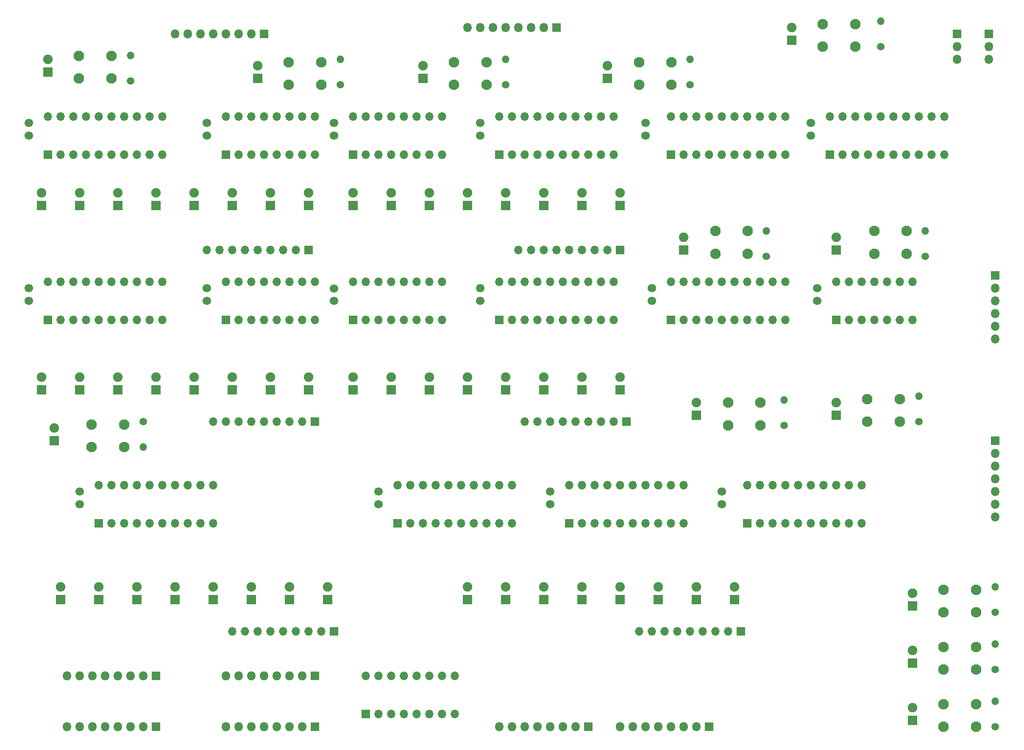
<source format=gbr>
%TF.GenerationSoftware,KiCad,Pcbnew,5.1.6-c6e7f7d~87~ubuntu16.04.1*%
%TF.CreationDate,2022-03-08T12:55:49-05:00*%
%TF.ProjectId,riscy_pc_ir_sp,72697363-795f-4706-935f-69725f73702e,rev?*%
%TF.SameCoordinates,Original*%
%TF.FileFunction,Soldermask,Top*%
%TF.FilePolarity,Negative*%
%FSLAX46Y46*%
G04 Gerber Fmt 4.6, Leading zero omitted, Abs format (unit mm)*
G04 Created by KiCad (PCBNEW 5.1.6-c6e7f7d~87~ubuntu16.04.1) date 2022-03-08 12:55:49*
%MOMM*%
%LPD*%
G01*
G04 APERTURE LIST*
%ADD10O,1.700000X1.700000*%
%ADD11R,1.700000X1.700000*%
%ADD12C,2.100000*%
%ADD13O,1.500000X1.500000*%
%ADD14C,1.500000*%
%ADD15O,1.800000X1.800000*%
%ADD16R,1.800000X1.800000*%
%ADD17C,1.900000*%
%ADD18R,1.900000X1.900000*%
%ADD19C,1.700000*%
G04 APERTURE END LIST*
D10*
%TO.C,SW14*%
X69850000Y-134620000D03*
X87630000Y-142240000D03*
X72390000Y-134620000D03*
X85090000Y-142240000D03*
X74930000Y-134620000D03*
X82550000Y-142240000D03*
X77470000Y-134620000D03*
X80010000Y-142240000D03*
X80010000Y-134620000D03*
X77470000Y-142240000D03*
X82550000Y-134620000D03*
X74930000Y-142240000D03*
X85090000Y-134620000D03*
X72390000Y-142240000D03*
X87630000Y-134620000D03*
D11*
X69850000Y-142240000D03*
%TD*%
D10*
%TO.C,U16*%
X16510000Y-96520000D03*
X39370000Y-104140000D03*
X19050000Y-96520000D03*
X36830000Y-104140000D03*
X21590000Y-96520000D03*
X34290000Y-104140000D03*
X24130000Y-96520000D03*
X31750000Y-104140000D03*
X26670000Y-96520000D03*
X29210000Y-104140000D03*
X29210000Y-96520000D03*
X26670000Y-104140000D03*
X31750000Y-96520000D03*
X24130000Y-104140000D03*
X34290000Y-96520000D03*
X21590000Y-104140000D03*
X36830000Y-96520000D03*
X19050000Y-104140000D03*
X39370000Y-96520000D03*
D11*
X16510000Y-104140000D03*
%TD*%
D10*
%TO.C,U15*%
X130810000Y-55880000D03*
X153670000Y-63500000D03*
X133350000Y-55880000D03*
X151130000Y-63500000D03*
X135890000Y-55880000D03*
X148590000Y-63500000D03*
X138430000Y-55880000D03*
X146050000Y-63500000D03*
X140970000Y-55880000D03*
X143510000Y-63500000D03*
X143510000Y-55880000D03*
X140970000Y-63500000D03*
X146050000Y-55880000D03*
X138430000Y-63500000D03*
X148590000Y-55880000D03*
X135890000Y-63500000D03*
X151130000Y-55880000D03*
X133350000Y-63500000D03*
X153670000Y-55880000D03*
D11*
X130810000Y-63500000D03*
%TD*%
D10*
%TO.C,U14*%
X67310000Y-55880000D03*
X85090000Y-63500000D03*
X69850000Y-55880000D03*
X82550000Y-63500000D03*
X72390000Y-55880000D03*
X80010000Y-63500000D03*
X74930000Y-55880000D03*
X77470000Y-63500000D03*
X77470000Y-55880000D03*
X74930000Y-63500000D03*
X80010000Y-55880000D03*
X72390000Y-63500000D03*
X82550000Y-55880000D03*
X69850000Y-63500000D03*
X85090000Y-55880000D03*
D11*
X67310000Y-63500000D03*
%TD*%
D10*
%TO.C,U13*%
X41910000Y-55880000D03*
X59690000Y-63500000D03*
X44450000Y-55880000D03*
X57150000Y-63500000D03*
X46990000Y-55880000D03*
X54610000Y-63500000D03*
X49530000Y-55880000D03*
X52070000Y-63500000D03*
X52070000Y-55880000D03*
X49530000Y-63500000D03*
X54610000Y-55880000D03*
X46990000Y-63500000D03*
X57150000Y-55880000D03*
X44450000Y-63500000D03*
X59690000Y-55880000D03*
D11*
X41910000Y-63500000D03*
%TD*%
D10*
%TO.C,U12*%
X146050000Y-96520000D03*
X168910000Y-104140000D03*
X148590000Y-96520000D03*
X166370000Y-104140000D03*
X151130000Y-96520000D03*
X163830000Y-104140000D03*
X153670000Y-96520000D03*
X161290000Y-104140000D03*
X156210000Y-96520000D03*
X158750000Y-104140000D03*
X158750000Y-96520000D03*
X156210000Y-104140000D03*
X161290000Y-96520000D03*
X153670000Y-104140000D03*
X163830000Y-96520000D03*
X151130000Y-104140000D03*
X166370000Y-96520000D03*
X148590000Y-104140000D03*
X168910000Y-96520000D03*
D11*
X146050000Y-104140000D03*
%TD*%
D10*
%TO.C,U11*%
X163830000Y-55880000D03*
X179070000Y-63500000D03*
X166370000Y-55880000D03*
X176530000Y-63500000D03*
X168910000Y-55880000D03*
X173990000Y-63500000D03*
X171450000Y-55880000D03*
X171450000Y-63500000D03*
X173990000Y-55880000D03*
X168910000Y-63500000D03*
X176530000Y-55880000D03*
X166370000Y-63500000D03*
X179070000Y-55880000D03*
D11*
X163830000Y-63500000D03*
%TD*%
D10*
%TO.C,U10*%
X96520000Y-55880000D03*
X119380000Y-63500000D03*
X99060000Y-55880000D03*
X116840000Y-63500000D03*
X101600000Y-55880000D03*
X114300000Y-63500000D03*
X104140000Y-55880000D03*
X111760000Y-63500000D03*
X106680000Y-55880000D03*
X109220000Y-63500000D03*
X109220000Y-55880000D03*
X106680000Y-63500000D03*
X111760000Y-55880000D03*
X104140000Y-63500000D03*
X114300000Y-55880000D03*
X101600000Y-63500000D03*
X116840000Y-55880000D03*
X99060000Y-63500000D03*
X119380000Y-55880000D03*
D11*
X96520000Y-63500000D03*
%TD*%
D10*
%TO.C,U9*%
X6350000Y-55880000D03*
X29210000Y-63500000D03*
X8890000Y-55880000D03*
X26670000Y-63500000D03*
X11430000Y-55880000D03*
X24130000Y-63500000D03*
X13970000Y-55880000D03*
X21590000Y-63500000D03*
X16510000Y-55880000D03*
X19050000Y-63500000D03*
X19050000Y-55880000D03*
X16510000Y-63500000D03*
X21590000Y-55880000D03*
X13970000Y-63500000D03*
X24130000Y-55880000D03*
X11430000Y-63500000D03*
X26670000Y-55880000D03*
X8890000Y-63500000D03*
X29210000Y-55880000D03*
D11*
X6350000Y-63500000D03*
%TD*%
D10*
%TO.C,U8*%
X76200000Y-96520000D03*
X99060000Y-104140000D03*
X78740000Y-96520000D03*
X96520000Y-104140000D03*
X81280000Y-96520000D03*
X93980000Y-104140000D03*
X83820000Y-96520000D03*
X91440000Y-104140000D03*
X86360000Y-96520000D03*
X88900000Y-104140000D03*
X88900000Y-96520000D03*
X86360000Y-104140000D03*
X91440000Y-96520000D03*
X83820000Y-104140000D03*
X93980000Y-96520000D03*
X81280000Y-104140000D03*
X96520000Y-96520000D03*
X78740000Y-104140000D03*
X99060000Y-96520000D03*
D11*
X76200000Y-104140000D03*
%TD*%
D10*
%TO.C,U7*%
X110490000Y-96520000D03*
X133350000Y-104140000D03*
X113030000Y-96520000D03*
X130810000Y-104140000D03*
X115570000Y-96520000D03*
X128270000Y-104140000D03*
X118110000Y-96520000D03*
X125730000Y-104140000D03*
X120650000Y-96520000D03*
X123190000Y-104140000D03*
X123190000Y-96520000D03*
X120650000Y-104140000D03*
X125730000Y-96520000D03*
X118110000Y-104140000D03*
X128270000Y-96520000D03*
X115570000Y-104140000D03*
X130810000Y-96520000D03*
X113030000Y-104140000D03*
X133350000Y-96520000D03*
D11*
X110490000Y-104140000D03*
%TD*%
D10*
%TO.C,U6*%
X96520000Y-22860000D03*
X119380000Y-30480000D03*
X99060000Y-22860000D03*
X116840000Y-30480000D03*
X101600000Y-22860000D03*
X114300000Y-30480000D03*
X104140000Y-22860000D03*
X111760000Y-30480000D03*
X106680000Y-22860000D03*
X109220000Y-30480000D03*
X109220000Y-22860000D03*
X106680000Y-30480000D03*
X111760000Y-22860000D03*
X104140000Y-30480000D03*
X114300000Y-22860000D03*
X101600000Y-30480000D03*
X116840000Y-22860000D03*
X99060000Y-30480000D03*
X119380000Y-22860000D03*
D11*
X96520000Y-30480000D03*
%TD*%
D10*
%TO.C,U5*%
X6350000Y-22860000D03*
X29210000Y-30480000D03*
X8890000Y-22860000D03*
X26670000Y-30480000D03*
X11430000Y-22860000D03*
X24130000Y-30480000D03*
X13970000Y-22860000D03*
X21590000Y-30480000D03*
X16510000Y-22860000D03*
X19050000Y-30480000D03*
X19050000Y-22860000D03*
X16510000Y-30480000D03*
X21590000Y-22860000D03*
X13970000Y-30480000D03*
X24130000Y-22860000D03*
X11430000Y-30480000D03*
X26670000Y-22860000D03*
X8890000Y-30480000D03*
X29210000Y-22860000D03*
D11*
X6350000Y-30480000D03*
%TD*%
D10*
%TO.C,U4*%
X162560000Y-22860000D03*
X185420000Y-30480000D03*
X165100000Y-22860000D03*
X182880000Y-30480000D03*
X167640000Y-22860000D03*
X180340000Y-30480000D03*
X170180000Y-22860000D03*
X177800000Y-30480000D03*
X172720000Y-22860000D03*
X175260000Y-30480000D03*
X175260000Y-22860000D03*
X172720000Y-30480000D03*
X177800000Y-22860000D03*
X170180000Y-30480000D03*
X180340000Y-22860000D03*
X167640000Y-30480000D03*
X182880000Y-22860000D03*
X165100000Y-30480000D03*
X185420000Y-22860000D03*
D11*
X162560000Y-30480000D03*
%TD*%
D10*
%TO.C,U3*%
X130810000Y-22860000D03*
X153670000Y-30480000D03*
X133350000Y-22860000D03*
X151130000Y-30480000D03*
X135890000Y-22860000D03*
X148590000Y-30480000D03*
X138430000Y-22860000D03*
X146050000Y-30480000D03*
X140970000Y-22860000D03*
X143510000Y-30480000D03*
X143510000Y-22860000D03*
X140970000Y-30480000D03*
X146050000Y-22860000D03*
X138430000Y-30480000D03*
X148590000Y-22860000D03*
X135890000Y-30480000D03*
X151130000Y-22860000D03*
X133350000Y-30480000D03*
X153670000Y-22860000D03*
D11*
X130810000Y-30480000D03*
%TD*%
D10*
%TO.C,U2*%
X67310000Y-22860000D03*
X85090000Y-30480000D03*
X69850000Y-22860000D03*
X82550000Y-30480000D03*
X72390000Y-22860000D03*
X80010000Y-30480000D03*
X74930000Y-22860000D03*
X77470000Y-30480000D03*
X77470000Y-22860000D03*
X74930000Y-30480000D03*
X80010000Y-22860000D03*
X72390000Y-30480000D03*
X82550000Y-22860000D03*
X69850000Y-30480000D03*
X85090000Y-22860000D03*
D11*
X67310000Y-30480000D03*
%TD*%
D10*
%TO.C,U1*%
X41910000Y-22860000D03*
X59690000Y-30480000D03*
X44450000Y-22860000D03*
X57150000Y-30480000D03*
X46990000Y-22860000D03*
X54610000Y-30480000D03*
X49530000Y-22860000D03*
X52070000Y-30480000D03*
X52070000Y-22860000D03*
X49530000Y-30480000D03*
X54610000Y-22860000D03*
X46990000Y-30480000D03*
X57150000Y-22860000D03*
X44450000Y-30480000D03*
X59690000Y-22860000D03*
D11*
X41910000Y-30480000D03*
%TD*%
D12*
%TO.C,SW13*%
X148740000Y-80010000D03*
X148740000Y-84510000D03*
X142240000Y-80010000D03*
X142240000Y-84510000D03*
%TD*%
%TO.C,SW12*%
X170030000Y-83820000D03*
X170030000Y-79320000D03*
X176530000Y-83820000D03*
X176530000Y-79320000D03*
%TD*%
%TO.C,SW11*%
X12550000Y-15240000D03*
X12550000Y-10740000D03*
X19050000Y-15240000D03*
X19050000Y-10740000D03*
%TD*%
%TO.C,SW10*%
X15090000Y-88900000D03*
X15090000Y-84400000D03*
X21590000Y-88900000D03*
X21590000Y-84400000D03*
%TD*%
%TO.C,SW9*%
X139700000Y-50220000D03*
X139700000Y-45720000D03*
X146200000Y-50220000D03*
X146200000Y-45720000D03*
%TD*%
%TO.C,SW8*%
X54460000Y-16510000D03*
X54460000Y-12010000D03*
X60960000Y-16510000D03*
X60960000Y-12010000D03*
%TD*%
%TO.C,SW7*%
X177950000Y-45720000D03*
X177950000Y-50220000D03*
X171450000Y-45720000D03*
X171450000Y-50220000D03*
%TD*%
%TO.C,SW6*%
X124460000Y-16510000D03*
X124460000Y-12010000D03*
X130960000Y-16510000D03*
X130960000Y-12010000D03*
%TD*%
%TO.C,SW5*%
X87480000Y-16510000D03*
X87480000Y-12010000D03*
X93980000Y-16510000D03*
X93980000Y-12010000D03*
%TD*%
%TO.C,SW4*%
X185270000Y-144780000D03*
X185270000Y-140280000D03*
X191770000Y-144780000D03*
X191770000Y-140280000D03*
%TD*%
%TO.C,SW3*%
X185270000Y-133350000D03*
X185270000Y-128850000D03*
X191770000Y-133350000D03*
X191770000Y-128850000D03*
%TD*%
%TO.C,SW2*%
X185270000Y-121920000D03*
X185270000Y-117420000D03*
X191770000Y-121920000D03*
X191770000Y-117420000D03*
%TD*%
%TO.C,SW1*%
X161140000Y-8890000D03*
X161140000Y-4390000D03*
X167640000Y-8890000D03*
X167640000Y-4390000D03*
%TD*%
D10*
%TO.C,RN6*%
X43180000Y-125730000D03*
X45720000Y-125730000D03*
X48260000Y-125730000D03*
X50800000Y-125730000D03*
X53340000Y-125730000D03*
X55880000Y-125730000D03*
X58420000Y-125730000D03*
X60960000Y-125730000D03*
D11*
X63500000Y-125730000D03*
%TD*%
D10*
%TO.C,RN5*%
X101600000Y-83820000D03*
X104140000Y-83820000D03*
X106680000Y-83820000D03*
X109220000Y-83820000D03*
X111760000Y-83820000D03*
X114300000Y-83820000D03*
X116840000Y-83820000D03*
X119380000Y-83820000D03*
D11*
X121920000Y-83820000D03*
%TD*%
D10*
%TO.C,RN4*%
X39370000Y-83820000D03*
X41910000Y-83820000D03*
X44450000Y-83820000D03*
X46990000Y-83820000D03*
X49530000Y-83820000D03*
X52070000Y-83820000D03*
X54610000Y-83820000D03*
X57150000Y-83820000D03*
D11*
X59690000Y-83820000D03*
%TD*%
D10*
%TO.C,RN3*%
X124460000Y-125730000D03*
X127000000Y-125730000D03*
X129540000Y-125730000D03*
X132080000Y-125730000D03*
X134620000Y-125730000D03*
X137160000Y-125730000D03*
X139700000Y-125730000D03*
X142240000Y-125730000D03*
D11*
X144780000Y-125730000D03*
%TD*%
D10*
%TO.C,RN2*%
X38100000Y-49530000D03*
X40640000Y-49530000D03*
X43180000Y-49530000D03*
X45720000Y-49530000D03*
X48260000Y-49530000D03*
X50800000Y-49530000D03*
X53340000Y-49530000D03*
X55880000Y-49530000D03*
D11*
X58420000Y-49530000D03*
%TD*%
D10*
%TO.C,RN1*%
X100330000Y-49530000D03*
X102870000Y-49530000D03*
X105410000Y-49530000D03*
X107950000Y-49530000D03*
X110490000Y-49530000D03*
X113030000Y-49530000D03*
X115570000Y-49530000D03*
X118110000Y-49530000D03*
D11*
X120650000Y-49530000D03*
%TD*%
D13*
%TO.C,R13*%
X153440000Y-79440000D03*
D14*
X153440000Y-84520000D03*
%TD*%
D13*
%TO.C,R12*%
X180340000Y-78740000D03*
D14*
X180340000Y-83820000D03*
%TD*%
D13*
%TO.C,R11*%
X22860000Y-10590000D03*
D14*
X22860000Y-15670000D03*
%TD*%
D13*
%TO.C,R10*%
X25400000Y-88900000D03*
D14*
X25400000Y-83820000D03*
%TD*%
D13*
%TO.C,R9*%
X149860000Y-45720000D03*
D14*
X149860000Y-50800000D03*
%TD*%
D13*
%TO.C,R8*%
X64770000Y-11430000D03*
D14*
X64770000Y-16510000D03*
%TD*%
D13*
%TO.C,R7*%
X181610000Y-45720000D03*
D14*
X181610000Y-50800000D03*
%TD*%
D13*
%TO.C,R6*%
X134620000Y-11430000D03*
D14*
X134620000Y-16510000D03*
%TD*%
D13*
%TO.C,R5*%
X97790000Y-11430000D03*
D14*
X97790000Y-16510000D03*
%TD*%
D13*
%TO.C,R4*%
X195580000Y-139700000D03*
D14*
X195580000Y-144780000D03*
%TD*%
D13*
%TO.C,R3*%
X195580000Y-128270000D03*
D14*
X195580000Y-133350000D03*
%TD*%
D13*
%TO.C,R2*%
X195580000Y-116840000D03*
D14*
X195580000Y-121920000D03*
%TD*%
D13*
%TO.C,R1*%
X172720000Y-3810000D03*
D14*
X172720000Y-8890000D03*
%TD*%
D15*
%TO.C,J12*%
X10160000Y-134620000D03*
X12700000Y-134620000D03*
X15240000Y-134620000D03*
X17780000Y-134620000D03*
X20320000Y-134620000D03*
X22860000Y-134620000D03*
X25400000Y-134620000D03*
D16*
X27940000Y-134620000D03*
%TD*%
D15*
%TO.C,J11*%
X10160000Y-144780000D03*
X12700000Y-144780000D03*
X15240000Y-144780000D03*
X17780000Y-144780000D03*
X20320000Y-144780000D03*
X22860000Y-144780000D03*
X25400000Y-144780000D03*
D16*
X27940000Y-144780000D03*
%TD*%
D15*
%TO.C,J10*%
X195580000Y-67310000D03*
X195580000Y-64770000D03*
X195580000Y-62230000D03*
X195580000Y-59690000D03*
X195580000Y-57150000D03*
D16*
X195580000Y-54610000D03*
%TD*%
D15*
%TO.C,J9*%
X195580000Y-102870000D03*
X195580000Y-100330000D03*
X195580000Y-97790000D03*
X195580000Y-95250000D03*
X195580000Y-92710000D03*
X195580000Y-90170000D03*
D16*
X195580000Y-87630000D03*
%TD*%
D15*
%TO.C,J8*%
X31750000Y-6350000D03*
X34290000Y-6350000D03*
X36830000Y-6350000D03*
X39370000Y-6350000D03*
X41910000Y-6350000D03*
X44450000Y-6350000D03*
X46990000Y-6350000D03*
D16*
X49530000Y-6350000D03*
%TD*%
D15*
%TO.C,J7*%
X90170000Y-5080000D03*
X92710000Y-5080000D03*
X95250000Y-5080000D03*
X97790000Y-5080000D03*
X100330000Y-5080000D03*
X102870000Y-5080000D03*
X105410000Y-5080000D03*
D16*
X107950000Y-5080000D03*
%TD*%
D15*
%TO.C,J6*%
X96520000Y-144780000D03*
X99060000Y-144780000D03*
X101600000Y-144780000D03*
X104140000Y-144780000D03*
X106680000Y-144780000D03*
X109220000Y-144780000D03*
X111760000Y-144780000D03*
D16*
X114300000Y-144780000D03*
%TD*%
D15*
%TO.C,J5*%
X120650000Y-144780000D03*
X123190000Y-144780000D03*
X125730000Y-144780000D03*
X128270000Y-144780000D03*
X130810000Y-144780000D03*
X133350000Y-144780000D03*
X135890000Y-144780000D03*
D16*
X138430000Y-144780000D03*
%TD*%
D15*
%TO.C,J4*%
X41910000Y-144780000D03*
X44450000Y-144780000D03*
X46990000Y-144780000D03*
X49530000Y-144780000D03*
X52070000Y-144780000D03*
X54610000Y-144780000D03*
X57150000Y-144780000D03*
D16*
X59690000Y-144780000D03*
%TD*%
D15*
%TO.C,J3*%
X41910000Y-134620000D03*
X44450000Y-134620000D03*
X46990000Y-134620000D03*
X49530000Y-134620000D03*
X52070000Y-134620000D03*
X54610000Y-134620000D03*
X57150000Y-134620000D03*
D16*
X59690000Y-134620000D03*
%TD*%
D15*
%TO.C,J2*%
X187960000Y-11430000D03*
X187960000Y-8890000D03*
D16*
X187960000Y-6350000D03*
%TD*%
D15*
%TO.C,J1*%
X194310000Y-11430000D03*
X194310000Y-8890000D03*
D16*
X194310000Y-6350000D03*
%TD*%
D17*
%TO.C,D61*%
X135890000Y-80010000D03*
D18*
X135890000Y-82550000D03*
%TD*%
D17*
%TO.C,D60*%
X163830000Y-80010000D03*
D18*
X163830000Y-82550000D03*
%TD*%
D17*
%TO.C,D59*%
X6350000Y-11430000D03*
D18*
X6350000Y-13970000D03*
%TD*%
D17*
%TO.C,D58*%
X7620000Y-85090000D03*
D18*
X7620000Y-87630000D03*
%TD*%
D17*
%TO.C,D57*%
X133350000Y-46990000D03*
D18*
X133350000Y-49530000D03*
%TD*%
D17*
%TO.C,D56*%
X48260000Y-12700000D03*
D18*
X48260000Y-15240000D03*
%TD*%
D17*
%TO.C,D55*%
X163830000Y-46990000D03*
D18*
X163830000Y-49530000D03*
%TD*%
D17*
%TO.C,D54*%
X118110000Y-12700000D03*
D18*
X118110000Y-15240000D03*
%TD*%
D17*
%TO.C,D53*%
X81280000Y-12700000D03*
D18*
X81280000Y-15240000D03*
%TD*%
D17*
%TO.C,D52*%
X179070000Y-140970000D03*
D18*
X179070000Y-143510000D03*
%TD*%
D17*
%TO.C,D51*%
X179070000Y-129540000D03*
D18*
X179070000Y-132080000D03*
%TD*%
D17*
%TO.C,D50*%
X179070000Y-118110000D03*
D18*
X179070000Y-120650000D03*
%TD*%
D17*
%TO.C,D49*%
X154940000Y-5080000D03*
D18*
X154940000Y-7620000D03*
%TD*%
D17*
%TO.C,D48*%
X8890000Y-116840000D03*
D18*
X8890000Y-119380000D03*
%TD*%
D17*
%TO.C,D47*%
X16510000Y-116840000D03*
D18*
X16510000Y-119380000D03*
%TD*%
D17*
%TO.C,D46*%
X24130000Y-116840000D03*
D18*
X24130000Y-119380000D03*
%TD*%
D17*
%TO.C,D45*%
X31750000Y-116840000D03*
D18*
X31750000Y-119380000D03*
%TD*%
D17*
%TO.C,D44*%
X39370000Y-116840000D03*
D18*
X39370000Y-119380000D03*
%TD*%
D17*
%TO.C,D43*%
X46990000Y-116840000D03*
D18*
X46990000Y-119380000D03*
%TD*%
D17*
%TO.C,D42*%
X54610000Y-116840000D03*
D18*
X54610000Y-119380000D03*
%TD*%
D17*
%TO.C,D41*%
X62230000Y-116840000D03*
D18*
X62230000Y-119380000D03*
%TD*%
D17*
%TO.C,D40*%
X67310000Y-74930000D03*
D18*
X67310000Y-77470000D03*
%TD*%
D17*
%TO.C,D39*%
X74930000Y-74930000D03*
D18*
X74930000Y-77470000D03*
%TD*%
D17*
%TO.C,D38*%
X82550000Y-74930000D03*
D18*
X82550000Y-77470000D03*
%TD*%
D17*
%TO.C,D37*%
X90170000Y-74930000D03*
D18*
X90170000Y-77470000D03*
%TD*%
D17*
%TO.C,D36*%
X97790000Y-74930000D03*
D18*
X97790000Y-77470000D03*
%TD*%
D17*
%TO.C,D35*%
X105410000Y-74930000D03*
D18*
X105410000Y-77470000D03*
%TD*%
D17*
%TO.C,D34*%
X113030000Y-74930000D03*
D18*
X113030000Y-77470000D03*
%TD*%
D17*
%TO.C,D33*%
X120650000Y-74930000D03*
D18*
X120650000Y-77470000D03*
%TD*%
D17*
%TO.C,D32*%
X5080000Y-74930000D03*
D18*
X5080000Y-77470000D03*
%TD*%
D17*
%TO.C,D31*%
X12700000Y-74930000D03*
D18*
X12700000Y-77470000D03*
%TD*%
D17*
%TO.C,D30*%
X20320000Y-74930000D03*
D18*
X20320000Y-77470000D03*
%TD*%
D17*
%TO.C,D29*%
X27940000Y-74930000D03*
D18*
X27940000Y-77470000D03*
%TD*%
D17*
%TO.C,D28*%
X35560000Y-74930000D03*
D18*
X35560000Y-77470000D03*
%TD*%
D17*
%TO.C,D27*%
X43180000Y-74930000D03*
D18*
X43180000Y-77470000D03*
%TD*%
D17*
%TO.C,D26*%
X50800000Y-74930000D03*
D18*
X50800000Y-77470000D03*
%TD*%
D17*
%TO.C,D25*%
X58420000Y-74930000D03*
D18*
X58420000Y-77470000D03*
%TD*%
D17*
%TO.C,D24*%
X90170000Y-116840000D03*
D18*
X90170000Y-119380000D03*
%TD*%
D17*
%TO.C,D23*%
X97790000Y-116840000D03*
D18*
X97790000Y-119380000D03*
%TD*%
D17*
%TO.C,D22*%
X105410000Y-116840000D03*
D18*
X105410000Y-119380000D03*
%TD*%
D17*
%TO.C,D21*%
X113030000Y-116840000D03*
D18*
X113030000Y-119380000D03*
%TD*%
D17*
%TO.C,D20*%
X120650000Y-116840000D03*
D18*
X120650000Y-119380000D03*
%TD*%
D17*
%TO.C,D19*%
X128270000Y-116840000D03*
D18*
X128270000Y-119380000D03*
%TD*%
D17*
%TO.C,D18*%
X135890000Y-116840000D03*
D18*
X135890000Y-119380000D03*
%TD*%
D17*
%TO.C,D17*%
X143510000Y-116840000D03*
D18*
X143510000Y-119380000D03*
%TD*%
D17*
%TO.C,D16*%
X5080000Y-38100000D03*
D18*
X5080000Y-40640000D03*
%TD*%
D17*
%TO.C,D15*%
X12700000Y-38100000D03*
D18*
X12700000Y-40640000D03*
%TD*%
D17*
%TO.C,D14*%
X20320000Y-38100000D03*
D18*
X20320000Y-40640000D03*
%TD*%
D17*
%TO.C,D13*%
X27940000Y-38100000D03*
D18*
X27940000Y-40640000D03*
%TD*%
D17*
%TO.C,D12*%
X35560000Y-38100000D03*
D18*
X35560000Y-40640000D03*
%TD*%
D17*
%TO.C,D11*%
X43180000Y-38100000D03*
D18*
X43180000Y-40640000D03*
%TD*%
D17*
%TO.C,D10*%
X50800000Y-38100000D03*
D18*
X50800000Y-40640000D03*
%TD*%
D17*
%TO.C,D9*%
X58420000Y-38100000D03*
D18*
X58420000Y-40640000D03*
%TD*%
D17*
%TO.C,D8*%
X67310000Y-38100000D03*
D18*
X67310000Y-40640000D03*
%TD*%
D17*
%TO.C,D7*%
X74930000Y-38100000D03*
D18*
X74930000Y-40640000D03*
%TD*%
D17*
%TO.C,D6*%
X82550000Y-38100000D03*
D18*
X82550000Y-40640000D03*
%TD*%
D17*
%TO.C,D5*%
X90170000Y-38100000D03*
D18*
X90170000Y-40640000D03*
%TD*%
D17*
%TO.C,D4*%
X97790000Y-38100000D03*
D18*
X97790000Y-40640000D03*
%TD*%
D17*
%TO.C,D3*%
X105410000Y-38100000D03*
D18*
X105410000Y-40640000D03*
%TD*%
D17*
%TO.C,D2*%
X113030000Y-38100000D03*
D18*
X113030000Y-40640000D03*
%TD*%
D17*
%TO.C,D0*%
X120650000Y-38100000D03*
D18*
X120650000Y-40640000D03*
%TD*%
D19*
%TO.C,C16*%
X12700000Y-100290000D03*
X12700000Y-97790000D03*
%TD*%
%TO.C,C15*%
X127000000Y-59650000D03*
X127000000Y-57150000D03*
%TD*%
%TO.C,C14*%
X63500000Y-59690000D03*
X63500000Y-57190000D03*
%TD*%
%TO.C,C13*%
X38100000Y-59650000D03*
X38100000Y-57150000D03*
%TD*%
%TO.C,C12*%
X140970000Y-100290000D03*
X140970000Y-97790000D03*
%TD*%
%TO.C,C11*%
X160020000Y-59650000D03*
X160020000Y-57150000D03*
%TD*%
%TO.C,C10*%
X92710000Y-59650000D03*
X92710000Y-57150000D03*
%TD*%
%TO.C,C9*%
X2540000Y-59650000D03*
X2540000Y-57150000D03*
%TD*%
%TO.C,C8*%
X72390000Y-100290000D03*
X72390000Y-97790000D03*
%TD*%
%TO.C,C7*%
X106680000Y-100290000D03*
X106680000Y-97790000D03*
%TD*%
%TO.C,C6*%
X92710000Y-26630000D03*
X92710000Y-24130000D03*
%TD*%
%TO.C,C5*%
X2540000Y-26630000D03*
X2540000Y-24130000D03*
%TD*%
%TO.C,C4*%
X158750000Y-26630000D03*
X158750000Y-24130000D03*
%TD*%
%TO.C,C3*%
X125730000Y-26630000D03*
X125730000Y-24130000D03*
%TD*%
%TO.C,C2*%
X63500000Y-26630000D03*
X63500000Y-24130000D03*
%TD*%
%TO.C,C1*%
X38100000Y-26630000D03*
X38100000Y-24130000D03*
%TD*%
M02*

</source>
